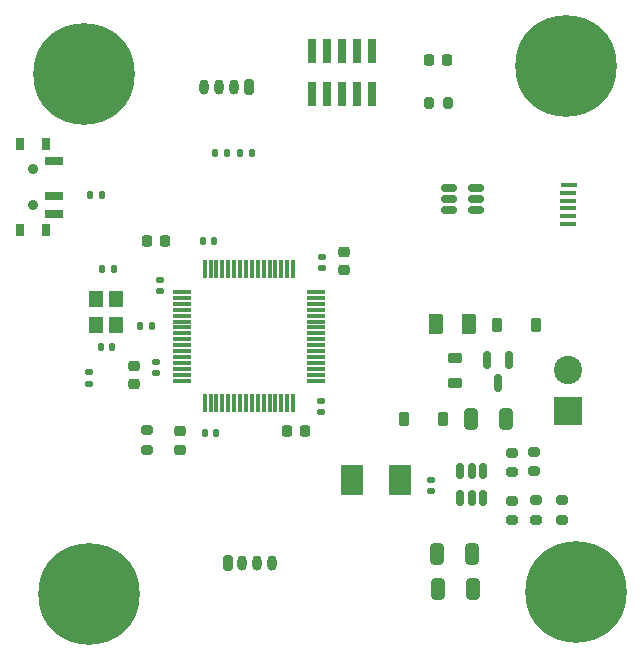
<source format=gbr>
%TF.GenerationSoftware,KiCad,Pcbnew,7.0.2*%
%TF.CreationDate,2023-06-15T10:28:23+05:30*%
%TF.ProjectId,stm32,73746d33-322e-46b6-9963-61645f706362,rev?*%
%TF.SameCoordinates,Original*%
%TF.FileFunction,Soldermask,Top*%
%TF.FilePolarity,Negative*%
%FSLAX46Y46*%
G04 Gerber Fmt 4.6, Leading zero omitted, Abs format (unit mm)*
G04 Created by KiCad (PCBNEW 7.0.2) date 2023-06-15 10:28:23*
%MOMM*%
%LPD*%
G01*
G04 APERTURE LIST*
G04 Aperture macros list*
%AMRoundRect*
0 Rectangle with rounded corners*
0 $1 Rounding radius*
0 $2 $3 $4 $5 $6 $7 $8 $9 X,Y pos of 4 corners*
0 Add a 4 corners polygon primitive as box body*
4,1,4,$2,$3,$4,$5,$6,$7,$8,$9,$2,$3,0*
0 Add four circle primitives for the rounded corners*
1,1,$1+$1,$2,$3*
1,1,$1+$1,$4,$5*
1,1,$1+$1,$6,$7*
1,1,$1+$1,$8,$9*
0 Add four rect primitives between the rounded corners*
20,1,$1+$1,$2,$3,$4,$5,0*
20,1,$1+$1,$4,$5,$6,$7,0*
20,1,$1+$1,$6,$7,$8,$9,0*
20,1,$1+$1,$8,$9,$2,$3,0*%
G04 Aperture macros list end*
%ADD10RoundRect,0.200000X-0.200000X-0.450000X0.200000X-0.450000X0.200000X0.450000X-0.200000X0.450000X0*%
%ADD11O,0.800000X1.300000*%
%ADD12RoundRect,0.140000X0.140000X0.170000X-0.140000X0.170000X-0.140000X-0.170000X0.140000X-0.170000X0*%
%ADD13RoundRect,0.140000X-0.170000X0.140000X-0.170000X-0.140000X0.170000X-0.140000X0.170000X0.140000X0*%
%ADD14RoundRect,0.135000X-0.135000X-0.185000X0.135000X-0.185000X0.135000X0.185000X-0.135000X0.185000X0*%
%ADD15RoundRect,0.200000X-0.275000X0.200000X-0.275000X-0.200000X0.275000X-0.200000X0.275000X0.200000X0*%
%ADD16R,0.800000X1.000000*%
%ADD17C,0.900000*%
%ADD18R,1.500000X0.700000*%
%ADD19R,2.400000X2.400000*%
%ADD20C,2.400000*%
%ADD21C,8.600000*%
%ADD22RoundRect,0.200000X-0.200000X-0.275000X0.200000X-0.275000X0.200000X0.275000X-0.200000X0.275000X0*%
%ADD23RoundRect,0.140000X0.170000X-0.140000X0.170000X0.140000X-0.170000X0.140000X-0.170000X-0.140000X0*%
%ADD24RoundRect,0.150000X0.512500X0.150000X-0.512500X0.150000X-0.512500X-0.150000X0.512500X-0.150000X0*%
%ADD25RoundRect,0.225000X-0.225000X-0.375000X0.225000X-0.375000X0.225000X0.375000X-0.225000X0.375000X0*%
%ADD26RoundRect,0.225000X-0.225000X-0.250000X0.225000X-0.250000X0.225000X0.250000X-0.225000X0.250000X0*%
%ADD27RoundRect,0.225000X0.225000X0.250000X-0.225000X0.250000X-0.225000X-0.250000X0.225000X-0.250000X0*%
%ADD28RoundRect,0.135000X0.135000X0.185000X-0.135000X0.185000X-0.135000X-0.185000X0.135000X-0.185000X0*%
%ADD29RoundRect,0.150000X-0.150000X0.587500X-0.150000X-0.587500X0.150000X-0.587500X0.150000X0.587500X0*%
%ADD30RoundRect,0.140000X-0.140000X-0.170000X0.140000X-0.170000X0.140000X0.170000X-0.140000X0.170000X0*%
%ADD31RoundRect,0.218750X0.256250X-0.218750X0.256250X0.218750X-0.256250X0.218750X-0.256250X-0.218750X0*%
%ADD32R,1.350000X0.400000*%
%ADD33RoundRect,0.218750X0.218750X0.256250X-0.218750X0.256250X-0.218750X-0.256250X0.218750X-0.256250X0*%
%ADD34RoundRect,0.200000X0.275000X-0.200000X0.275000X0.200000X-0.275000X0.200000X-0.275000X-0.200000X0*%
%ADD35R,0.750000X2.100000*%
%ADD36RoundRect,0.150000X0.150000X-0.512500X0.150000X0.512500X-0.150000X0.512500X-0.150000X-0.512500X0*%
%ADD37RoundRect,0.075000X-0.700000X-0.075000X0.700000X-0.075000X0.700000X0.075000X-0.700000X0.075000X0*%
%ADD38RoundRect,0.075000X-0.075000X-0.700000X0.075000X-0.700000X0.075000X0.700000X-0.075000X0.700000X0*%
%ADD39R,1.200000X1.400000*%
%ADD40RoundRect,0.218750X0.381250X-0.218750X0.381250X0.218750X-0.381250X0.218750X-0.381250X-0.218750X0*%
%ADD41RoundRect,0.225000X0.250000X-0.225000X0.250000X0.225000X-0.250000X0.225000X-0.250000X-0.225000X0*%
%ADD42R,1.900000X2.500000*%
%ADD43RoundRect,0.250000X-0.375000X-0.625000X0.375000X-0.625000X0.375000X0.625000X-0.375000X0.625000X0*%
%ADD44RoundRect,0.250000X-0.325000X-0.650000X0.325000X-0.650000X0.325000X0.650000X-0.325000X0.650000X0*%
%ADD45RoundRect,0.147500X-0.172500X0.147500X-0.172500X-0.147500X0.172500X-0.147500X0.172500X0.147500X0*%
%ADD46RoundRect,0.200000X0.200000X0.450000X-0.200000X0.450000X-0.200000X-0.450000X0.200000X-0.450000X0*%
G04 APERTURE END LIST*
D10*
%TO.C,J3*%
X93657500Y-116682000D03*
D11*
X94907500Y-116682000D03*
X96157500Y-116682000D03*
X97407500Y-116682000D03*
%TD*%
D12*
%TO.C,C5*%
X92700000Y-105632000D03*
X91740000Y-105632000D03*
%TD*%
D13*
%TO.C,C16*%
X110920000Y-109602000D03*
X110920000Y-110562000D03*
%TD*%
D14*
%TO.C,R1*%
X86210000Y-96582000D03*
X87230000Y-96582000D03*
%TD*%
D15*
%TO.C,R6*%
X117750000Y-111392000D03*
X117750000Y-113042000D03*
%TD*%
D16*
%TO.C,SW1*%
X78300000Y-81182000D03*
X76090000Y-81182000D03*
D17*
X77190000Y-83332000D03*
X77190000Y-86332000D03*
D16*
X78300000Y-88482000D03*
X76090000Y-88482000D03*
D18*
X78950000Y-82582000D03*
X78950000Y-85582000D03*
X78950000Y-87082000D03*
%TD*%
D19*
%TO.C,J2*%
X122520000Y-103782000D03*
D20*
X122520000Y-100282000D03*
%TD*%
D17*
%TO.C,H1*%
X119114581Y-74601581D03*
X120059162Y-72321162D03*
X120059162Y-76882000D03*
X122339581Y-71376581D03*
D21*
X122339581Y-74601581D03*
D17*
X122339581Y-77826581D03*
X124620000Y-72321162D03*
X124620000Y-76882000D03*
X125564581Y-74601581D03*
%TD*%
D22*
%TO.C,R9*%
X110681000Y-77724000D03*
X112331000Y-77724000D03*
%TD*%
D23*
%TO.C,C7*%
X101620000Y-91712000D03*
X101620000Y-90752000D03*
%TD*%
D24*
%TO.C,U3*%
X114707500Y-86782000D03*
X114707500Y-85832000D03*
X114707500Y-84882000D03*
X112432500Y-84882000D03*
X112432500Y-85832000D03*
X112432500Y-86782000D03*
%TD*%
D25*
%TO.C,D2*%
X108620000Y-104482000D03*
X111920000Y-104482000D03*
%TD*%
D26*
%TO.C,C2*%
X98695000Y-105482000D03*
X100245000Y-105482000D03*
%TD*%
D27*
%TO.C,C3*%
X88405000Y-89408000D03*
X86855000Y-89408000D03*
%TD*%
D28*
%TO.C,R11*%
X93601000Y-81915000D03*
X92581000Y-81915000D03*
%TD*%
D29*
%TO.C,Q1*%
X117520000Y-99507000D03*
X115620000Y-99507000D03*
X116570000Y-101382000D03*
%TD*%
D15*
%TO.C,R3*%
X86820000Y-105411500D03*
X86820000Y-107061500D03*
%TD*%
D14*
%TO.C,R10*%
X94740000Y-81915000D03*
X95760000Y-81915000D03*
%TD*%
D30*
%TO.C,C8*%
X91595000Y-89408000D03*
X92555000Y-89408000D03*
%TD*%
D31*
%TO.C,D1*%
X89620000Y-107074000D03*
X89620000Y-105499000D03*
%TD*%
D32*
%TO.C,J5*%
X122524500Y-87932000D03*
X122524500Y-87282000D03*
X122524500Y-86632000D03*
X122524500Y-85982000D03*
X122524500Y-85332000D03*
X122549500Y-84682000D03*
%TD*%
D17*
%TO.C,H3*%
X78735600Y-119316800D03*
X79680181Y-117036381D03*
X79680181Y-121597219D03*
X81960600Y-116091800D03*
D21*
X81960600Y-119316800D03*
D17*
X81960600Y-122541800D03*
X84241019Y-117036381D03*
X84241019Y-121597219D03*
X85185600Y-119316800D03*
%TD*%
D33*
%TO.C,D4*%
X112282500Y-74082000D03*
X110707500Y-74082000D03*
%TD*%
D34*
%TO.C,R4*%
X117750000Y-108978000D03*
X117750000Y-107328000D03*
%TD*%
D35*
%TO.C,J1*%
X100780000Y-73332000D03*
X100780000Y-76932000D03*
X102050000Y-73332000D03*
X102050000Y-76932000D03*
X103320000Y-73332000D03*
X103320000Y-76932000D03*
X104590000Y-73332000D03*
X104590000Y-76932000D03*
X105860000Y-73332000D03*
X105860000Y-76932000D03*
%TD*%
D36*
%TO.C,U2*%
X113370000Y-111119500D03*
X114320000Y-111119500D03*
X115270000Y-111119500D03*
X115270000Y-108844500D03*
X114320000Y-108844500D03*
X113370000Y-108844500D03*
%TD*%
D37*
%TO.C,U1*%
X89795000Y-93707000D03*
X89795000Y-94207000D03*
X89795000Y-94707000D03*
X89795000Y-95207000D03*
X89795000Y-95707000D03*
X89795000Y-96207000D03*
X89795000Y-96707000D03*
X89795000Y-97207000D03*
X89795000Y-97707000D03*
X89795000Y-98207000D03*
X89795000Y-98707000D03*
X89795000Y-99207000D03*
X89795000Y-99707000D03*
X89795000Y-100207000D03*
X89795000Y-100707000D03*
X89795000Y-101207000D03*
D38*
X91720000Y-103132000D03*
X92220000Y-103132000D03*
X92720000Y-103132000D03*
X93220000Y-103132000D03*
X93720000Y-103132000D03*
X94220000Y-103132000D03*
X94720000Y-103132000D03*
X95220000Y-103132000D03*
X95720000Y-103132000D03*
X96220000Y-103132000D03*
X96720000Y-103132000D03*
X97220000Y-103132000D03*
X97720000Y-103132000D03*
X98220000Y-103132000D03*
X98720000Y-103132000D03*
X99220000Y-103132000D03*
D37*
X101145000Y-101207000D03*
X101145000Y-100707000D03*
X101145000Y-100207000D03*
X101145000Y-99707000D03*
X101145000Y-99207000D03*
X101145000Y-98707000D03*
X101145000Y-98207000D03*
X101145000Y-97707000D03*
X101145000Y-97207000D03*
X101145000Y-96707000D03*
X101145000Y-96207000D03*
X101145000Y-95707000D03*
X101145000Y-95207000D03*
X101145000Y-94707000D03*
X101145000Y-94207000D03*
X101145000Y-93707000D03*
D38*
X99220000Y-91782000D03*
X98720000Y-91782000D03*
X98220000Y-91782000D03*
X97720000Y-91782000D03*
X97220000Y-91782000D03*
X96720000Y-91782000D03*
X96220000Y-91782000D03*
X95720000Y-91782000D03*
X95220000Y-91782000D03*
X94720000Y-91782000D03*
X94220000Y-91782000D03*
X93720000Y-91782000D03*
X93220000Y-91782000D03*
X92720000Y-91782000D03*
X92220000Y-91782000D03*
X91720000Y-91782000D03*
%TD*%
D23*
%TO.C,C4*%
X87920000Y-93642000D03*
X87920000Y-92682000D03*
%TD*%
D39*
%TO.C,Y1*%
X82530000Y-94322000D03*
X82530000Y-96522000D03*
X84230000Y-96522000D03*
X84230000Y-94322000D03*
%TD*%
D40*
%TO.C,FB1*%
X112920000Y-101382000D03*
X112920000Y-99257000D03*
%TD*%
D17*
%TO.C,H4*%
X78314581Y-75251581D03*
X79259162Y-72971162D03*
X79259162Y-77532000D03*
X81539581Y-72026581D03*
D21*
X81539581Y-75251581D03*
D17*
X81539581Y-78476581D03*
X83820000Y-72971162D03*
X83820000Y-77532000D03*
X84764581Y-75251581D03*
%TD*%
D41*
%TO.C,C10*%
X85725000Y-101486000D03*
X85725000Y-99936000D03*
%TD*%
D42*
%TO.C,L2*%
X108270000Y-109632000D03*
X104170000Y-109632000D03*
%TD*%
D12*
%TO.C,C12*%
X83919000Y-98372000D03*
X82959000Y-98372000D03*
%TD*%
D43*
%TO.C,F1*%
X111320000Y-96432000D03*
X114120000Y-96432000D03*
%TD*%
D15*
%TO.C,R8*%
X121950000Y-111342000D03*
X121950000Y-112992000D03*
%TD*%
D44*
%TO.C,C14*%
X111395000Y-115882000D03*
X114345000Y-115882000D03*
%TD*%
%TO.C,C15*%
X111495000Y-118832000D03*
X114445000Y-118832000D03*
%TD*%
D41*
%TO.C,C1*%
X103505000Y-91834000D03*
X103505000Y-90284000D03*
%TD*%
D23*
%TO.C,C9*%
X87630000Y-100556000D03*
X87630000Y-99596000D03*
%TD*%
D25*
%TO.C,D3*%
X116470000Y-96482000D03*
X119770000Y-96482000D03*
%TD*%
D30*
%TO.C,C11*%
X83050000Y-91772000D03*
X84010000Y-91772000D03*
%TD*%
D45*
%TO.C,L1*%
X81936000Y-100493000D03*
X81936000Y-101463000D03*
%TD*%
D13*
%TO.C,C6*%
X101570000Y-102932000D03*
X101570000Y-103892000D03*
%TD*%
D44*
%TO.C,C13*%
X114245000Y-104482000D03*
X117195000Y-104482000D03*
%TD*%
D34*
%TO.C,R7*%
X119800000Y-112992000D03*
X119800000Y-111342000D03*
%TD*%
D46*
%TO.C,J4*%
X95445000Y-76332000D03*
D11*
X94195000Y-76332000D03*
X92945000Y-76332000D03*
X91695000Y-76332000D03*
%TD*%
D15*
%TO.C,R5*%
X119600000Y-107253000D03*
X119600000Y-108903000D03*
%TD*%
D17*
%TO.C,H2*%
X119914581Y-119101581D03*
X120859162Y-116821162D03*
X120859162Y-121382000D03*
X123139581Y-115876581D03*
D21*
X123139581Y-119101581D03*
D17*
X123139581Y-122326581D03*
X125420000Y-116821162D03*
X125420000Y-121382000D03*
X126364581Y-119101581D03*
%TD*%
D14*
%TO.C,R2*%
X82040000Y-85471000D03*
X83060000Y-85471000D03*
%TD*%
M02*

</source>
